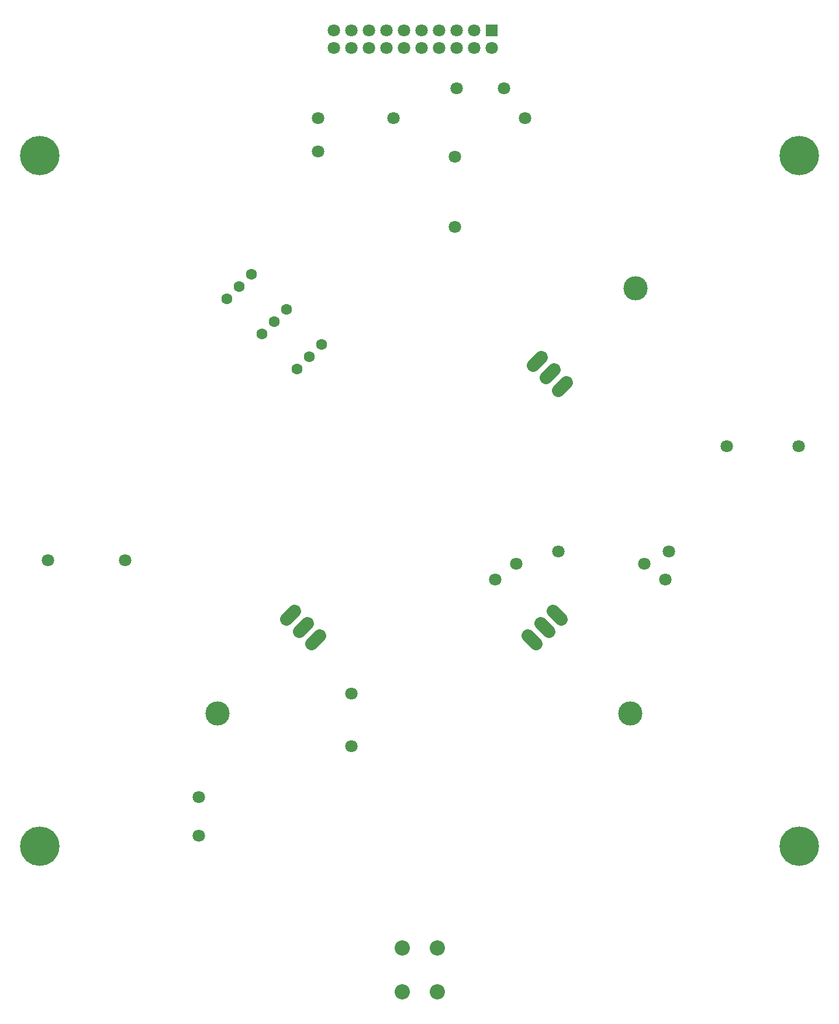
<source format=gbr>
G04 EAGLE Gerber RS-274X export*
G75*
%MOMM*%
%FSLAX34Y34*%
%LPD*%
%INSoldermask Top*%
%IPPOS*%
%AMOC8*
5,1,8,0,0,1.08239X$1,22.5*%
G01*
%ADD10C,1.603200*%
%ADD11C,2.203200*%
%ADD12R,1.803200X1.803200*%
%ADD13C,1.803200*%
%ADD14C,1.879600*%
%ADD15C,3.505200*%
%ADD16C,5.703200*%


D10*
X622300Y990600D03*
X640261Y1008561D03*
X658221Y1026521D03*
X571500Y1041400D03*
X589461Y1059361D03*
X607421Y1077321D03*
X520700Y1092200D03*
X538661Y1110161D03*
X556621Y1128121D03*
D11*
X774700Y152400D03*
X825500Y152400D03*
X825500Y88900D03*
X774700Y88900D03*
D12*
X904240Y1480820D03*
D13*
X904240Y1455420D03*
X878840Y1480820D03*
X878840Y1455420D03*
X853440Y1480820D03*
X853440Y1455420D03*
X828040Y1480820D03*
X828040Y1455420D03*
X802640Y1480820D03*
X802640Y1455420D03*
X777240Y1480820D03*
X777240Y1455420D03*
X751840Y1480820D03*
X751840Y1455420D03*
X726440Y1480820D03*
X726440Y1455420D03*
X701040Y1480820D03*
X701040Y1455420D03*
X675640Y1480820D03*
X675640Y1455420D03*
D14*
X993292Y640289D02*
X1005146Y628435D01*
X987186Y610474D02*
X975332Y622328D01*
X957371Y604368D02*
X969225Y592514D01*
D15*
X1105186Y492474D03*
D14*
X655529Y604368D02*
X643675Y592514D01*
X625714Y610474D02*
X637568Y622328D01*
X619608Y640289D02*
X607754Y628435D01*
D15*
X507714Y492474D03*
D14*
X964991Y995832D02*
X976845Y1007686D01*
X994806Y989726D02*
X982952Y977872D01*
X1000912Y959911D02*
X1012766Y971765D01*
D15*
X1112806Y1107726D03*
D13*
X652780Y1305560D03*
X652780Y1353820D03*
X909320Y685800D03*
X1155700Y685800D03*
X762000Y1353820D03*
X952500Y1353820D03*
X939800Y708660D03*
X1125220Y708660D03*
X373380Y713740D03*
X261620Y713740D03*
X853440Y1397000D03*
X922020Y1397000D03*
D16*
X250000Y1300000D03*
X1350000Y1300000D03*
X250000Y300000D03*
X1350000Y300000D03*
D13*
X701040Y444500D03*
X701040Y520700D03*
X1244600Y878840D03*
X1348740Y878840D03*
X480060Y370840D03*
X480060Y314960D03*
X850900Y1297940D03*
X850900Y1196340D03*
X1000760Y726440D03*
X1160780Y726440D03*
M02*

</source>
